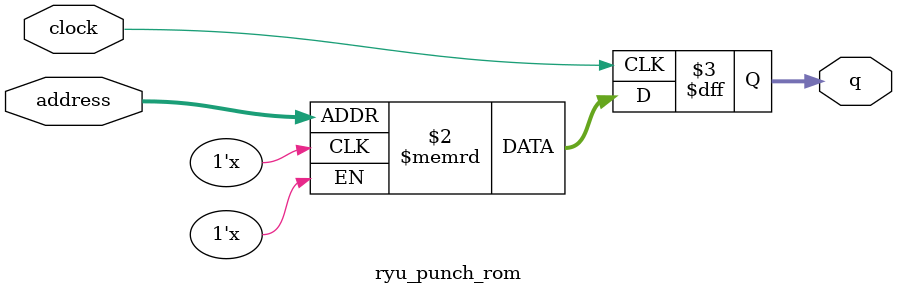
<source format=sv>
module ryu_punch_rom (
	input logic clock,
	input logic [13:0] address,
	output logic [3:0] q
);

logic [3:0] memory [0:8279] /* synthesis ram_init_file = "./ryu_punch/ryu_punch.mif" */;

always_ff @ (posedge clock) begin
	q <= memory[address];
end

endmodule

</source>
